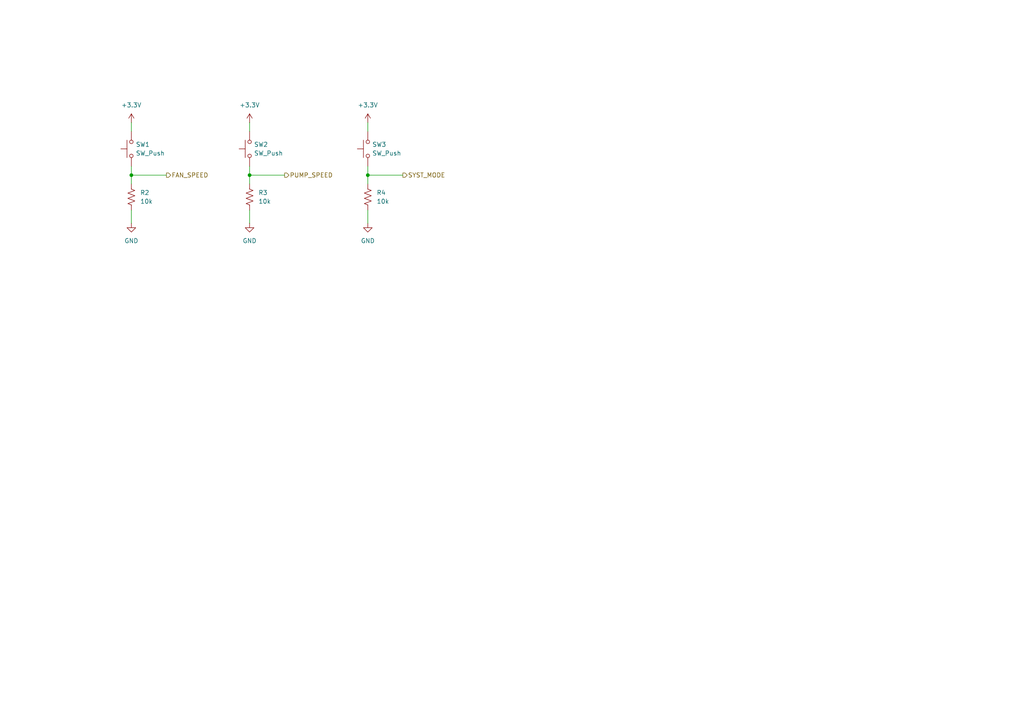
<source format=kicad_sch>
(kicad_sch (version 20231120) (generator "eeschema") (generator_version "8.0")
  (paper "A4")
  (lib_symbols
    (symbol "Device:R_US" (pin_numbers hide) (pin_names (offset 0))
      (property "Reference" "R" (at 2.54 0 90))
      (property "Value" "R_US" (at -2.54 0 90))
      (symbol "R_US_0_1"
        (polyline (pts (xy 0 -2.286) (xy 0 -2.54)))
        (polyline (pts (xy 0 2.286) (xy 0 2.54)))
        (polyline (pts (xy 0 -0.762) (xy 1.016 -1.143) (xy 0 -1.524) (xy -1.016 -1.905) (xy 0 -2.286)))
        (polyline (pts (xy 0 0.762) (xy 1.016 0.381) (xy 0 0) (xy -1.016 -0.381) (xy 0 -0.762)))
        (polyline (pts (xy 0 2.286) (xy 1.016 1.905) (xy 0 1.524) (xy -1.016 1.143) (xy 0 0.762)))
      )
      (symbol "R_US_1_1"
        (pin passive line (at 0 3.81 270) (length 1.27) (name "~") (number "1"))
        (pin passive line (at 0 -3.81 90) (length 1.27) (name "~") (number "2"))
      )
    )
    (symbol "Switch:SW_Push" (pin_numbers hide) (pin_names (offset 1.016) hide)
      (property "Reference" "SW" (at 1.27 2.54 0))
      (property "Value" "SW_Push" (at 0 -1.524 0))
      (symbol "SW_Push_0_1"
        (circle (center -2.032 0) (radius 0.508))
        (polyline (pts (xy 0 1.27) (xy 0 3.048)))
        (polyline (pts (xy 2.54 1.27) (xy -2.54 1.27)))
        (circle (center 2.032 0) (radius 0.508))
        (pin passive line (at -5.08 0 0) (length 2.54) (name "1") (number "1"))
        (pin passive line (at 5.08 0 180) (length 2.54) (name "2") (number "2"))
      )
    )
    (symbol "power:GND" (power) (pin_numbers hide) (pin_names (offset 0) hide)
      (property "Value" "GND" (at 0 -3.81 0))
      (symbol "GND_0_1"
        (polyline (pts (xy 0 0) (xy 0 -1.27) (xy 1.27 -1.27) (xy 0 -2.54) (xy -1.27 -1.27) (xy 0 -1.27)))
      )
      (symbol "GND_1_1"
        (pin power_in line (at 0 0 270) (length 0) (name "~") (number "1"))
      )
    )
    (symbol "power:VDD" (power) (pin_numbers hide) (pin_names (offset 0) hide)
      (property "Value" "VDD" (at 0 3.556 0))
      (symbol "VDD_0_1"
        (polyline (pts (xy -0.762 1.27) (xy 0 2.54)))
        (polyline (pts (xy 0 0) (xy 0 2.54)))
        (polyline (pts (xy 0 2.54) (xy 0.762 1.27)))
      )
      (symbol "VDD_1_1"
        (pin power_in line (at 0 0 90) (length 0) (name "~") (number "1"))
      )
    )
  )
  (junction (at 106.68 50.8))
  (junction (at 72.39 50.8))
  (junction (at 38.1 50.8))
  (wire (pts (xy 38.1 50.8) (xy 48.26 50.8)))
  (wire (pts (xy 38.1 60.96) (xy 38.1 64.77)))
  (wire (pts (xy 106.68 50.8) (xy 106.68 53.34)))
  (wire (pts (xy 72.39 50.8) (xy 72.39 53.34)))
  (wire (pts (xy 38.1 35.56) (xy 38.1 38.1)))
  (wire (pts (xy 72.39 35.56) (xy 72.39 38.1)))
  (wire (pts (xy 106.68 60.96) (xy 106.68 64.77)))
  (wire (pts (xy 72.39 50.8) (xy 82.55 50.8)))
  (wire (pts (xy 72.39 48.26) (xy 72.39 50.8)))
  (wire (pts (xy 38.1 48.26) (xy 38.1 50.8)))
  (wire (pts (xy 106.68 50.8) (xy 116.84 50.8)))
  (wire (pts (xy 38.1 50.8) (xy 38.1 53.34)))
  (wire (pts (xy 72.39 60.96) (xy 72.39 64.77)))
  (wire (pts (xy 106.68 35.56) (xy 106.68 38.1)))
  (wire (pts (xy 106.68 48.26) (xy 106.68 50.8)))
  (hierarchical_label "SYST_MODE" (shape output) (at 116.84 50.8 0))
  (hierarchical_label "FAN_SPEED" (shape output) (at 48.26 50.8 0))
  (hierarchical_label "PUMP_SPEED" (shape output) (at 82.55 50.8 0))
  (symbol (lib_id "Switch:SW_Push") (at 72.39 43.18 90) (unit 1)
    (property "Reference" "SW2" (at 73.66 41.9099 90) (effects (justify right)))
    (property "Value" "SW_Push" (at 73.66 44.4499 90) (effects (justify right)))
    (property "Footprint" "PushButton:TL3305BF160QG" (effects (hide yes)))
    (property "Description" "Push button switch, generic, two pins" (effects (hide yes)))
  )
  (symbol (lib_id "power:GND") (at 72.39 64.77 0) (unit 1)
    (property "Reference" "#PWR05" (effects (hide yes)))
    (property "Value" "GND" (at 72.39 69.85 0))
    (property "Description" "Power symbol creates a global label with name \"GND\" , ground" (effects (hide yes)))
  )
  (symbol (lib_id "power:VDD") (at 106.68 35.56 0) (unit 1)
    (property "Reference" "#PWR014" (effects (hide yes)))
    (property "Value" "+3.3V" (at 106.68 30.48 0))
    (property "Description" "Power symbol creates a global label with name \"VDD\"" (effects (hide yes)))
  )
  (symbol (lib_id "Device:R_US") (at 38.1 57.15 0) (unit 1)
    (property "Reference" "R2" (at 40.64 55.8799 0) (effects (justify left)))
    (property "Value" "10k" (at 40.64 58.4199 0) (effects (justify left)))
    (property "Footprint" "Resistor_SMD:R_0805_2012Metric" (effects (hide yes)))
    (property "Description" "Resistor, US symbol" (effects (hide yes)))
  )
  (symbol (lib_id "power:GND") (at 106.68 64.77 0) (unit 1)
    (property "Reference" "#PWR015" (effects (hide yes)))
    (property "Value" "GND" (at 106.68 69.85 0))
    (property "Description" "Power symbol creates a global label with name \"GND\" , ground" (effects (hide yes)))
  )
  (symbol (lib_id "power:VDD") (at 72.39 35.56 0) (unit 1)
    (property "Reference" "#PWR04" (effects (hide yes)))
    (property "Value" "+3.3V" (at 72.39 30.48 0))
    (property "Description" "Power symbol creates a global label with name \"VDD\"" (effects (hide yes)))
  )
  (symbol (lib_id "Switch:SW_Push") (at 38.1 43.18 90) (unit 1)
    (property "Reference" "SW1" (at 39.37 41.9099 90) (effects (justify right)))
    (property "Value" "SW_Push" (at 39.37 44.4499 90) (effects (justify right)))
    (property "Footprint" "PushButton:TL3305BF160QG" (effects (hide yes)))
    (property "Description" "Push button switch, generic, two pins" (effects (hide yes)))
    (property "Mouser#" "TL3305AF160QG" (effects (hide yes)))
  )
  (symbol (lib_id "Switch:SW_Push") (at 106.68 43.18 90) (unit 1)
    (property "Reference" "SW3" (at 107.95 41.9099 90) (effects (justify right)))
    (property "Value" "SW_Push" (at 107.95 44.4499 90) (effects (justify right)))
    (property "Footprint" "PushButton:TL3305BF160QG" (effects (hide yes)))
    (property "Description" "Push button switch, generic, two pins" (effects (hide yes)))
  )
  (symbol (lib_id "Device:R_US") (at 106.68 57.15 0) (unit 1)
    (property "Reference" "R4" (at 109.22 55.8799 0) (effects (justify left)))
    (property "Value" "10k" (at 109.22 58.4199 0) (effects (justify left)))
    (property "Footprint" "Resistor_SMD:R_0805_2012Metric" (effects (hide yes)))
    (property "Description" "Resistor, US symbol" (effects (hide yes)))
  )
  (symbol (lib_id "power:VDD") (at 38.1 35.56 0) (unit 1)
    (property "Reference" "#PWR01" (effects (hide yes)))
    (property "Value" "+3.3V" (at 38.1 30.48 0))
    (property "Description" "Power symbol creates a global label with name \"VDD\"" (effects (hide yes)))
  )
  (symbol (lib_id "Device:R_US") (at 72.39 57.15 0) (unit 1)
    (property "Reference" "R3" (at 74.93 55.8799 0) (effects (justify left)))
    (property "Value" "10k" (at 74.93 58.4199 0) (effects (justify left)))
    (property "Footprint" "Resistor_SMD:R_0805_2012Metric" (effects (hide yes)))
    (property "Description" "Resistor, US symbol" (effects (hide yes)))
  )
  (symbol (lib_id "power:GND") (at 38.1 64.77 0) (unit 1)
    (property "Reference" "#PWR02" (effects (hide yes)))
    (property "Value" "GND" (at 38.1 69.85 0))
    (property "Description" "Power symbol creates a global label with name \"GND\" , ground" (effects (hide yes)))
  )
)
</source>
